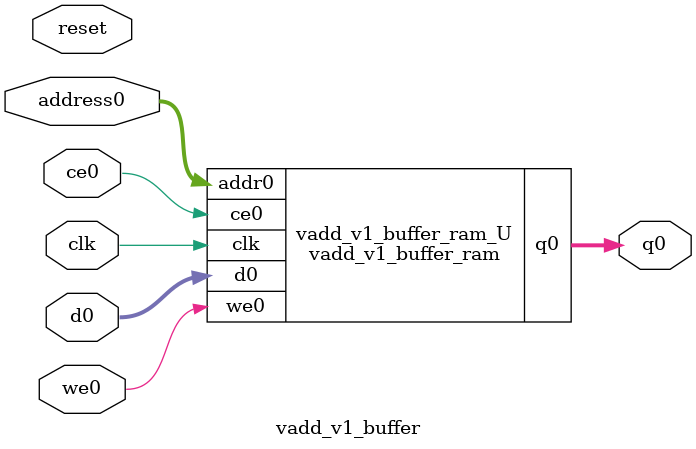
<source format=v>
`timescale 1 ns / 1 ps
module vadd_v1_buffer_ram (addr0, ce0, d0, we0, q0,  clk);

parameter DWIDTH = 32;
parameter AWIDTH = 10;
parameter MEM_SIZE = 1024;

input[AWIDTH-1:0] addr0;
input ce0;
input[DWIDTH-1:0] d0;
input we0;
output reg[DWIDTH-1:0] q0;
input clk;

(* ram_style = "block" *)reg [DWIDTH-1:0] ram[0:MEM_SIZE-1];




always @(posedge clk)  
begin 
    if (ce0) begin
        if (we0) 
            ram[addr0] <= d0; 
        q0 <= ram[addr0];
    end
end


endmodule

`timescale 1 ns / 1 ps
module vadd_v1_buffer(
    reset,
    clk,
    address0,
    ce0,
    we0,
    d0,
    q0);

parameter DataWidth = 32'd32;
parameter AddressRange = 32'd1024;
parameter AddressWidth = 32'd10;
input reset;
input clk;
input[AddressWidth - 1:0] address0;
input ce0;
input we0;
input[DataWidth - 1:0] d0;
output[DataWidth - 1:0] q0;



vadd_v1_buffer_ram vadd_v1_buffer_ram_U(
    .clk( clk ),
    .addr0( address0 ),
    .ce0( ce0 ),
    .we0( we0 ),
    .d0( d0 ),
    .q0( q0 ));

endmodule


</source>
